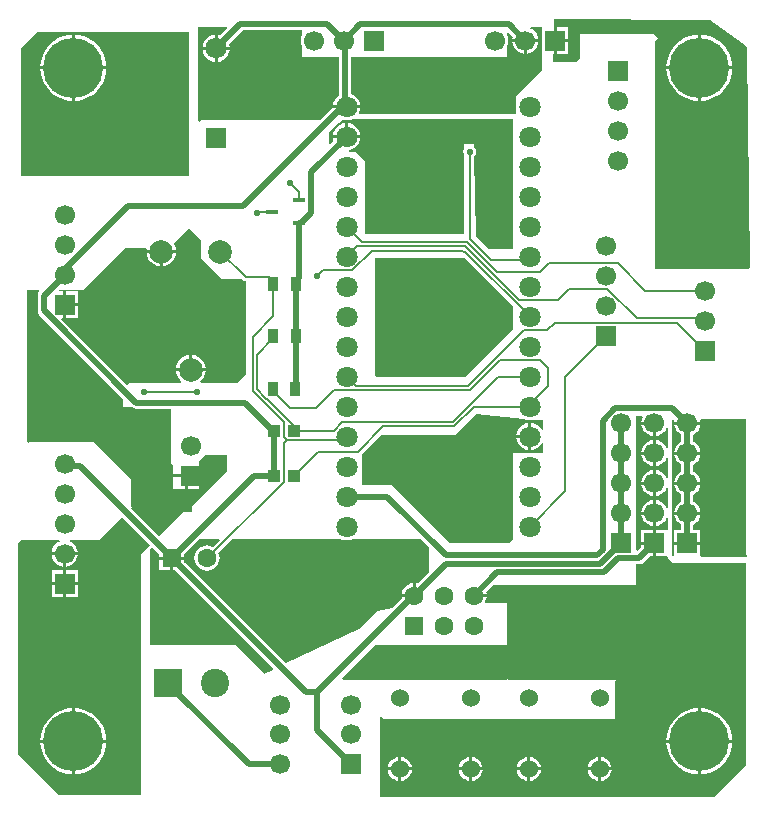
<source format=gtl>
G04*
G04 #@! TF.GenerationSoftware,Altium Limited,Altium Designer,20.0.2 (26)*
G04*
G04 Layer_Physical_Order=1*
G04 Layer_Color=255*
%FSLAX24Y24*%
%MOIN*%
G70*
G01*
G75*
%ADD15C,0.0060*%
%ADD16R,0.0433X0.0394*%
%ADD17R,0.0394X0.0177*%
%ADD18R,0.0350X0.0500*%
%ADD34C,0.0200*%
%ADD35C,0.0150*%
%ADD36C,0.0709*%
%ADD37C,0.2000*%
%ADD38C,0.0600*%
%ADD39C,0.0787*%
%ADD40R,0.0709X0.0709*%
%ADD41C,0.0669*%
%ADD42R,0.0669X0.0669*%
%ADD43R,0.0669X0.0669*%
%ADD44C,0.0630*%
%ADD45R,0.0630X0.0630*%
%ADD46R,0.0945X0.0945*%
%ADD47C,0.0945*%
%ADD48C,0.0220*%
G36*
X34050Y44200D02*
X33200Y43350D01*
Y43063D01*
X33192Y43000D01*
X33200Y42937D01*
Y42750D01*
X27989D01*
X27957Y42800D01*
X27990Y42881D01*
X27999Y42950D01*
X27548D01*
X27062D01*
X26662Y42550D01*
X22700D01*
X22646Y42496D01*
X22600Y42515D01*
Y45650D01*
X23550Y45650D01*
X23569Y45604D01*
X23340Y45374D01*
X23314Y45384D01*
X23246Y45393D01*
Y44992D01*
X23647D01*
X23638Y45060D01*
X23628Y45086D01*
X24088Y45546D01*
X26050D01*
Y45370D01*
X26027Y45313D01*
X26012Y45200D01*
X26027Y45087D01*
X26050Y45030D01*
Y44650D01*
X27295D01*
Y43379D01*
X27224Y43324D01*
X27151Y43229D01*
X27105Y43119D01*
X27096Y43050D01*
X27548D01*
X27999D01*
X27990Y43119D01*
X27945Y43229D01*
X27872Y43324D01*
X27777Y43397D01*
X27703Y43428D01*
Y44650D01*
X32900D01*
Y45030D01*
X32923Y45087D01*
X32938Y45200D01*
X32923Y45313D01*
X32900Y45370D01*
Y45441D01*
X32950Y45462D01*
X33083Y45329D01*
X33077Y45313D01*
X33068Y45250D01*
X33500D01*
X33932D01*
X33923Y45313D01*
X33880Y45419D01*
X33810Y45510D01*
X33719Y45580D01*
X33670Y45600D01*
X33680Y45650D01*
X34050D01*
Y44200D01*
D02*
G37*
G36*
X33100Y38265D02*
X33054Y38246D01*
X33050Y38250D01*
X32300D01*
X31850Y38700D01*
X31806Y41356D01*
X31848Y41418D01*
X31864Y41500D01*
X31848Y41582D01*
X31802Y41651D01*
X31800Y41750D01*
X31450D01*
Y41571D01*
X31436Y41500D01*
X31450Y41429D01*
Y38750D01*
X28150D01*
Y41200D01*
X27850Y41500D01*
X27614D01*
X27610Y41550D01*
X27666Y41557D01*
X27777Y41603D01*
X27872Y41676D01*
X27945Y41771D01*
X27990Y41881D01*
X27999Y41950D01*
X27548D01*
X27096D01*
X27105Y41881D01*
X27115Y41856D01*
X26996Y41737D01*
X26950Y41756D01*
Y42150D01*
X27254Y42454D01*
X27300Y42450D01*
X27300Y42450D01*
X27414Y42564D01*
X27414Y42564D01*
X27429Y42557D01*
X27548Y42542D01*
X27666Y42557D01*
X27769Y42600D01*
X33100D01*
Y38265D01*
D02*
G37*
G36*
X22300Y43700D02*
X22300Y40700D01*
X16700Y40700D01*
Y44950D01*
X17250Y45500D01*
X22300D01*
Y43700D01*
D02*
G37*
G36*
X22700Y38550D02*
Y37950D01*
X23400Y37250D01*
X24065D01*
X24089Y37226D01*
X24132Y37198D01*
X24183Y37187D01*
X24200D01*
Y34100D01*
X23900Y33800D01*
X22681D01*
X22664Y33850D01*
X22702Y33879D01*
X22781Y33983D01*
X22831Y34103D01*
X22841Y34181D01*
X21859D01*
X21869Y34103D01*
X21919Y33983D01*
X21998Y33879D01*
X22036Y33850D01*
X22019Y33800D01*
X20300D01*
X20221Y33721D01*
X18024Y35919D01*
X18043Y35965D01*
X18100D01*
Y36400D01*
Y36835D01*
X17979D01*
X17954Y36885D01*
X17965Y36900D01*
X18750D01*
X20150Y38300D01*
X20835D01*
X20879Y38250D01*
X20874Y38219D01*
X21857D01*
X21847Y38297D01*
X21797Y38417D01*
X21784Y38434D01*
X22300Y38950D01*
X22700Y38550D01*
D02*
G37*
G36*
X39650Y45875D02*
X40725Y45125D01*
X40875Y44975D01*
X40978Y37640D01*
X40939Y37601D01*
X37861Y37575D01*
X37825Y37610D01*
Y45175D01*
X37925Y45275D01*
X37775Y45425D01*
X35325D01*
Y44625D01*
X35175Y44475D01*
X34461D01*
X34426Y44511D01*
X34430Y44765D01*
X34450D01*
Y45200D01*
Y45666D01*
X34446Y45670D01*
X34450Y45925D01*
X39650Y45875D01*
D02*
G37*
G36*
X33100Y36350D02*
Y35600D01*
X31500Y34000D01*
X28550D01*
X28546Y33996D01*
X28500Y34015D01*
Y37950D01*
X31500D01*
X33100Y36350D01*
D02*
G37*
G36*
X40850Y28100D02*
X40904Y28046D01*
X40885Y28000D01*
X39378D01*
X39335Y28015D01*
Y28400D01*
X38900D01*
X38465D01*
Y28060D01*
X38415Y28033D01*
X38400Y28043D01*
Y32550D01*
X38436Y32576D01*
X38455Y32560D01*
X38473Y32533D01*
X38468Y32500D01*
X38900D01*
X39332D01*
X39325Y32550D01*
X39356Y32600D01*
X40850D01*
Y28100D01*
D02*
G37*
G36*
X33467Y32584D02*
X33531Y32557D01*
X33650Y32542D01*
X33751Y32555D01*
X33800Y32550D01*
X34100D01*
Y32231D01*
X34050Y32222D01*
X34047Y32229D01*
X33974Y32324D01*
X33879Y32397D01*
X33769Y32443D01*
X33700Y32452D01*
Y32000D01*
Y31548D01*
X33769Y31557D01*
X33879Y31603D01*
X33974Y31676D01*
X34047Y31771D01*
X34050Y31778D01*
X34100Y31769D01*
Y31500D01*
X34104Y31496D01*
X34085Y31450D01*
X33713D01*
X33650Y31458D01*
X33587Y31450D01*
X33100D01*
Y28600D01*
X32950Y28450D01*
X31000D01*
X29050Y30400D01*
X28050D01*
Y31400D01*
X28700Y32050D01*
X31150D01*
X31850Y32750D01*
X33467Y32584D01*
D02*
G37*
G36*
X37412Y32650D02*
X37377Y32563D01*
X37368Y32500D01*
X37800D01*
Y32450D01*
X37850D01*
Y32018D01*
X37913Y32027D01*
X38019Y32070D01*
X38110Y32140D01*
X38180Y32231D01*
X38200Y32280D01*
X38250Y32270D01*
Y31630D01*
X38200Y31620D01*
X38180Y31669D01*
X38110Y31760D01*
X38019Y31830D01*
X37913Y31873D01*
X37850Y31882D01*
Y31450D01*
Y31018D01*
X37913Y31027D01*
X38019Y31070D01*
X38110Y31140D01*
X38180Y31231D01*
X38200Y31280D01*
X38250Y31270D01*
Y30630D01*
X38200Y30620D01*
X38180Y30669D01*
X38110Y30760D01*
X38019Y30830D01*
X37913Y30873D01*
X37850Y30882D01*
Y30450D01*
Y30018D01*
X37913Y30027D01*
X38019Y30070D01*
X38110Y30140D01*
X38180Y30231D01*
X38200Y30280D01*
X38250Y30270D01*
Y29630D01*
X38200Y29620D01*
X38180Y29669D01*
X38110Y29760D01*
X38019Y29830D01*
X37913Y29873D01*
X37850Y29882D01*
Y29450D01*
Y29018D01*
X37913Y29027D01*
X38019Y29070D01*
X38110Y29140D01*
X38180Y29231D01*
X38200Y29280D01*
X38250Y29270D01*
Y28928D01*
X38235Y28885D01*
X37850D01*
Y28450D01*
Y28015D01*
X38235D01*
X38250Y27972D01*
Y27950D01*
X38400Y27800D01*
X40850D01*
Y21050D01*
X39800Y20000D01*
X28650D01*
Y22650D01*
X28700Y22700D01*
X28800Y22600D01*
X36500D01*
Y22700D01*
Y23850D01*
X36550Y23900D01*
X32950D01*
X32900Y23950D01*
Y26450D01*
X32187D01*
X32166Y26500D01*
X32204Y26592D01*
X32212Y26650D01*
X31800D01*
Y26750D01*
X32212D01*
X32204Y26808D01*
X32202Y26814D01*
X32438Y27050D01*
X37150D01*
X37200Y27000D01*
Y27000D01*
X37200D01*
Y27751D01*
X37305D01*
X37383Y27766D01*
X37449Y27810D01*
X37654Y28015D01*
X37750D01*
Y28400D01*
X37365D01*
Y28304D01*
X37250Y28188D01*
X37200Y28209D01*
Y32700D01*
X37386D01*
X37412Y32650D01*
D02*
G37*
G36*
X17315Y36854D02*
X17306Y36844D01*
X17262Y36778D01*
X17246Y36700D01*
Y36204D01*
X17262Y36126D01*
X17306Y36060D01*
X20100Y33266D01*
Y33000D01*
X20366D01*
X20387Y32979D01*
X20453Y32935D01*
X20531Y32920D01*
X20531Y32920D01*
X21700D01*
Y31115D01*
X21765Y31050D01*
X21765D01*
Y30750D01*
X22200D01*
X22635D01*
Y31135D01*
X22635D01*
X22620Y31170D01*
X22850Y31400D01*
X23550D01*
Y30850D01*
X22400Y29700D01*
Y29500D01*
X22100D01*
X21274Y28674D01*
X20349Y29599D01*
X20399Y29649D01*
X20349Y29670D01*
X20349Y30601D01*
X19135Y31815D01*
X16965D01*
X16946Y31796D01*
X16900Y31815D01*
X16900D01*
Y31815D01*
Y36900D01*
X17296D01*
X17315Y36854D01*
D02*
G37*
G36*
X30300Y28312D02*
Y27488D01*
X29914Y27102D01*
X29908Y27104D01*
X29850Y27112D01*
Y26700D01*
X29800D01*
Y26650D01*
X29388D01*
X29393Y26614D01*
X29055Y26276D01*
X28600Y26200D01*
X27950Y25600D01*
X25510Y24438D01*
X22124Y27823D01*
Y27900D01*
X21759D01*
Y27535D01*
X21836D01*
X25088Y24283D01*
X25080Y24233D01*
X24800Y24100D01*
X23850Y25050D01*
X21000D01*
Y28050D01*
X20985Y28065D01*
X21000Y28100D01*
X21000D01*
Y28256D01*
X21058Y28313D01*
X21294Y28077D01*
Y28000D01*
X22124D01*
Y28077D01*
X22648Y28600D01*
X23303D01*
X23322Y28554D01*
X23087Y28318D01*
X22999Y28354D01*
X22891Y28369D01*
X22782Y28354D01*
X22681Y28312D01*
X22595Y28246D01*
X22528Y28159D01*
X22486Y28058D01*
X22472Y27950D01*
X22486Y27842D01*
X22528Y27741D01*
X22595Y27654D01*
X22681Y27588D01*
X22782Y27546D01*
X22891Y27531D01*
X22999Y27546D01*
X23100Y27588D01*
X23187Y27654D01*
X23253Y27741D01*
X23295Y27842D01*
X23309Y27950D01*
X23295Y28058D01*
X23268Y28124D01*
X23743Y28600D01*
X27326D01*
X27429Y28557D01*
X27548Y28542D01*
X27666Y28557D01*
X27769Y28600D01*
X30012D01*
X30300Y28312D01*
D02*
G37*
G36*
X20986Y28386D02*
X20700Y28100D01*
Y20050D01*
X17950D01*
X16600Y21400D01*
Y28450D01*
X16700Y28550D01*
X17970D01*
X17980Y28500D01*
X17931Y28480D01*
X17840Y28410D01*
X17770Y28319D01*
X17727Y28213D01*
X17718Y28150D01*
X18150D01*
X18582D01*
X18573Y28213D01*
X18530Y28319D01*
X18460Y28410D01*
X18369Y28480D01*
X18320Y28500D01*
X18330Y28550D01*
X19300D01*
X20061Y29311D01*
X20986Y28386D01*
D02*
G37*
G36*
X28550Y25050D02*
Y25050D01*
X32900D01*
Y23950D01*
X32879Y23900D01*
X27415D01*
X27396Y23946D01*
X28515Y25065D01*
X28550Y25050D01*
D02*
G37*
%LPC*%
G36*
X23146Y45393D02*
X23077Y45384D01*
X22967Y45339D01*
X22872Y45266D01*
X22799Y45171D01*
X22753Y45060D01*
X22744Y44992D01*
X23146D01*
Y45393D01*
D02*
G37*
G36*
X33932Y45150D02*
X33550D01*
Y44768D01*
X33613Y44777D01*
X33719Y44820D01*
X33810Y44890D01*
X33880Y44981D01*
X33923Y45087D01*
X33932Y45150D01*
D02*
G37*
G36*
X33450D02*
X33068D01*
X33077Y45087D01*
X33120Y44981D01*
X33190Y44890D01*
X33281Y44820D01*
X33387Y44777D01*
X33450Y44768D01*
Y45150D01*
D02*
G37*
G36*
X23647Y44892D02*
X23246D01*
Y44490D01*
X23314Y44499D01*
X23425Y44545D01*
X23520Y44618D01*
X23593Y44713D01*
X23638Y44823D01*
X23647Y44892D01*
D02*
G37*
G36*
X23146D02*
X22744D01*
X22753Y44823D01*
X22799Y44713D01*
X22872Y44618D01*
X22967Y44545D01*
X23077Y44499D01*
X23146Y44490D01*
Y44892D01*
D02*
G37*
G36*
X27598Y42452D02*
Y42050D01*
X27999D01*
X27990Y42119D01*
X27945Y42229D01*
X27872Y42324D01*
X27777Y42397D01*
X27666Y42443D01*
X27598Y42452D01*
D02*
G37*
G36*
X27498D02*
X27429Y42443D01*
X27319Y42397D01*
X27224Y42324D01*
X27151Y42229D01*
X27105Y42119D01*
X27096Y42050D01*
X27498D01*
Y42452D01*
D02*
G37*
G36*
X18484Y45390D02*
Y44341D01*
X19533D01*
X19524Y44464D01*
X19483Y44632D01*
X19417Y44792D01*
X19327Y44940D01*
X19214Y45071D01*
X19082Y45184D01*
X18935Y45274D01*
X18775Y45340D01*
X18606Y45381D01*
X18484Y45390D01*
D02*
G37*
G36*
X18384D02*
X18261Y45381D01*
X18093Y45340D01*
X17933Y45274D01*
X17785Y45184D01*
X17654Y45071D01*
X17541Y44940D01*
X17451Y44792D01*
X17384Y44632D01*
X17344Y44464D01*
X17334Y44341D01*
X18384D01*
Y45390D01*
D02*
G37*
G36*
X19533Y44241D02*
X18484D01*
Y43191D01*
X18606Y43201D01*
X18775Y43242D01*
X18935Y43308D01*
X19082Y43398D01*
X19214Y43511D01*
X19327Y43642D01*
X19417Y43790D01*
X19483Y43950D01*
X19524Y44118D01*
X19533Y44241D01*
D02*
G37*
G36*
X18384D02*
X17334D01*
X17344Y44118D01*
X17384Y43950D01*
X17451Y43790D01*
X17541Y43642D01*
X17654Y43511D01*
X17785Y43398D01*
X17933Y43308D01*
X18093Y43242D01*
X18261Y43201D01*
X18384Y43191D01*
Y44241D01*
D02*
G37*
G36*
X21857Y38119D02*
X21416D01*
Y37677D01*
X21495Y37688D01*
X21615Y37737D01*
X21718Y37816D01*
X21797Y37920D01*
X21847Y38040D01*
X21857Y38119D01*
D02*
G37*
G36*
X21316D02*
X20874D01*
X20885Y38040D01*
X20935Y37920D01*
X21014Y37816D01*
X21117Y37737D01*
X21237Y37688D01*
X21316Y37677D01*
Y38119D01*
D02*
G37*
G36*
X18585Y36835D02*
X18200D01*
Y36450D01*
X18585D01*
Y36835D01*
D02*
G37*
G36*
Y36350D02*
X18200D01*
Y35965D01*
X18585D01*
Y36350D01*
D02*
G37*
G36*
X22400Y34723D02*
Y34281D01*
X22841D01*
X22831Y34360D01*
X22781Y34480D01*
X22702Y34584D01*
X22599Y34663D01*
X22479Y34713D01*
X22400Y34723D01*
D02*
G37*
G36*
X22300D02*
X22221Y34713D01*
X22101Y34663D01*
X21998Y34584D01*
X21919Y34480D01*
X21869Y34360D01*
X21859Y34281D01*
X22300D01*
Y34723D01*
D02*
G37*
G36*
X34935Y45635D02*
X34550D01*
Y45250D01*
X34935D01*
Y45635D01*
D02*
G37*
G36*
Y45150D02*
X34550D01*
Y44765D01*
X34935D01*
Y45150D01*
D02*
G37*
G36*
X39350Y45390D02*
Y44341D01*
X40399D01*
X40390Y44464D01*
X40349Y44632D01*
X40283Y44792D01*
X40193Y44940D01*
X40080Y45071D01*
X39949Y45184D01*
X39801Y45274D01*
X39641Y45340D01*
X39473Y45381D01*
X39350Y45390D01*
D02*
G37*
G36*
X39250D02*
X39127Y45381D01*
X38959Y45340D01*
X38799Y45274D01*
X38651Y45184D01*
X38520Y45071D01*
X38407Y44940D01*
X38317Y44792D01*
X38251Y44632D01*
X38210Y44464D01*
X38201Y44341D01*
X39250D01*
Y45390D01*
D02*
G37*
G36*
X40399Y44241D02*
X39350D01*
Y43191D01*
X39473Y43201D01*
X39641Y43242D01*
X39801Y43308D01*
X39949Y43398D01*
X40080Y43511D01*
X40193Y43642D01*
X40283Y43790D01*
X40349Y43950D01*
X40390Y44118D01*
X40399Y44241D01*
D02*
G37*
G36*
X39250D02*
X38201D01*
X38210Y44118D01*
X38251Y43950D01*
X38317Y43790D01*
X38407Y43642D01*
X38520Y43511D01*
X38651Y43398D01*
X38799Y43308D01*
X38959Y43242D01*
X39127Y43201D01*
X39250Y43191D01*
Y44241D01*
D02*
G37*
G36*
X39332Y32400D02*
X38900D01*
X38468D01*
X38477Y32337D01*
X38520Y32231D01*
X38590Y32140D01*
X38681Y32070D01*
X38696Y32064D01*
Y31836D01*
X38681Y31830D01*
X38590Y31760D01*
X38520Y31669D01*
X38477Y31563D01*
X38468Y31500D01*
X38900D01*
X39332D01*
X39323Y31563D01*
X39280Y31669D01*
X39210Y31760D01*
X39119Y31830D01*
X39104Y31836D01*
Y32064D01*
X39119Y32070D01*
X39210Y32140D01*
X39280Y32231D01*
X39323Y32337D01*
X39332Y32400D01*
D02*
G37*
G36*
Y31400D02*
X38900D01*
X38468D01*
X38477Y31337D01*
X38520Y31231D01*
X38590Y31140D01*
X38681Y31070D01*
X38696Y31064D01*
Y30836D01*
X38681Y30830D01*
X38590Y30760D01*
X38520Y30669D01*
X38477Y30563D01*
X38468Y30500D01*
X38900D01*
X39332D01*
X39323Y30563D01*
X39280Y30669D01*
X39210Y30760D01*
X39119Y30830D01*
X39104Y30836D01*
Y31064D01*
X39119Y31070D01*
X39210Y31140D01*
X39280Y31231D01*
X39323Y31337D01*
X39332Y31400D01*
D02*
G37*
G36*
Y30400D02*
X38900D01*
X38468D01*
X38477Y30337D01*
X38520Y30231D01*
X38590Y30140D01*
X38681Y30070D01*
X38696Y30064D01*
Y29836D01*
X38681Y29830D01*
X38590Y29760D01*
X38520Y29669D01*
X38477Y29563D01*
X38468Y29500D01*
X38900D01*
X39332D01*
X39323Y29563D01*
X39280Y29669D01*
X39210Y29760D01*
X39119Y29830D01*
X39104Y29836D01*
Y30064D01*
X39119Y30070D01*
X39210Y30140D01*
X39280Y30231D01*
X39323Y30337D01*
X39332Y30400D01*
D02*
G37*
G36*
Y29400D02*
X38900D01*
X38468D01*
X38477Y29337D01*
X38520Y29231D01*
X38590Y29140D01*
X38681Y29070D01*
X38696Y29064D01*
Y28885D01*
X38465D01*
Y28500D01*
X38900D01*
X39335D01*
Y28885D01*
X39104D01*
Y29064D01*
X39119Y29070D01*
X39210Y29140D01*
X39280Y29231D01*
X39323Y29337D01*
X39332Y29400D01*
D02*
G37*
G36*
X33600Y32452D02*
X33531Y32443D01*
X33421Y32397D01*
X33326Y32324D01*
X33253Y32229D01*
X33207Y32119D01*
X33198Y32050D01*
X33600D01*
Y32452D01*
D02*
G37*
G36*
Y31950D02*
X33198D01*
X33207Y31881D01*
X33253Y31771D01*
X33326Y31676D01*
X33421Y31603D01*
X33531Y31557D01*
X33600Y31548D01*
Y31950D01*
D02*
G37*
G36*
X37750Y32400D02*
X37368D01*
X37377Y32337D01*
X37420Y32231D01*
X37490Y32140D01*
X37581Y32070D01*
X37687Y32027D01*
X37750Y32018D01*
Y32400D01*
D02*
G37*
G36*
Y31882D02*
X37687Y31873D01*
X37581Y31830D01*
X37490Y31760D01*
X37420Y31669D01*
X37377Y31563D01*
X37368Y31500D01*
X37750D01*
Y31882D01*
D02*
G37*
G36*
Y31400D02*
X37368D01*
X37377Y31337D01*
X37420Y31231D01*
X37490Y31140D01*
X37581Y31070D01*
X37687Y31027D01*
X37750Y31018D01*
Y31400D01*
D02*
G37*
G36*
Y30882D02*
X37687Y30873D01*
X37581Y30830D01*
X37490Y30760D01*
X37420Y30669D01*
X37377Y30563D01*
X37368Y30500D01*
X37750D01*
Y30882D01*
D02*
G37*
G36*
Y30400D02*
X37368D01*
X37377Y30337D01*
X37420Y30231D01*
X37490Y30140D01*
X37581Y30070D01*
X37687Y30027D01*
X37750Y30018D01*
Y30400D01*
D02*
G37*
G36*
Y29882D02*
X37687Y29873D01*
X37581Y29830D01*
X37490Y29760D01*
X37420Y29669D01*
X37377Y29563D01*
X37368Y29500D01*
X37750D01*
Y29882D01*
D02*
G37*
G36*
Y29400D02*
X37368D01*
X37377Y29337D01*
X37420Y29231D01*
X37490Y29140D01*
X37581Y29070D01*
X37687Y29027D01*
X37750Y29018D01*
Y29400D01*
D02*
G37*
G36*
Y28885D02*
X37365D01*
Y28500D01*
X37750D01*
Y28885D01*
D02*
G37*
G36*
X39350Y22949D02*
Y21900D01*
X40399D01*
X40390Y22023D01*
X40349Y22191D01*
X40283Y22351D01*
X40193Y22499D01*
X40080Y22630D01*
X39949Y22743D01*
X39801Y22833D01*
X39641Y22899D01*
X39473Y22940D01*
X39350Y22949D01*
D02*
G37*
G36*
X39250D02*
X39127Y22940D01*
X38959Y22899D01*
X38799Y22833D01*
X38651Y22743D01*
X38520Y22630D01*
X38407Y22499D01*
X38317Y22351D01*
X38251Y22191D01*
X38210Y22023D01*
X38201Y21900D01*
X39250D01*
Y22949D01*
D02*
G37*
G36*
X36031Y21316D02*
Y20969D01*
X36378D01*
X36371Y21023D01*
X36330Y21121D01*
X36266Y21204D01*
X36183Y21268D01*
X36086Y21309D01*
X36031Y21316D01*
D02*
G37*
G36*
X35931D02*
X35877Y21309D01*
X35779Y21268D01*
X35696Y21204D01*
X35632Y21121D01*
X35591Y21023D01*
X35584Y20969D01*
X35931D01*
Y21316D01*
D02*
G37*
G36*
X33669D02*
Y20969D01*
X34016D01*
X34009Y21023D01*
X33968Y21121D01*
X33904Y21204D01*
X33821Y21268D01*
X33723Y21309D01*
X33669Y21316D01*
D02*
G37*
G36*
X33569D02*
X33514Y21309D01*
X33417Y21268D01*
X33334Y21204D01*
X33270Y21121D01*
X33229Y21023D01*
X33222Y20969D01*
X33569D01*
Y21316D01*
D02*
G37*
G36*
X31731D02*
Y20969D01*
X32078D01*
X32071Y21023D01*
X32030Y21121D01*
X31966Y21204D01*
X31883Y21268D01*
X31786Y21309D01*
X31731Y21316D01*
D02*
G37*
G36*
X31631D02*
X31577Y21309D01*
X31479Y21268D01*
X31396Y21204D01*
X31332Y21121D01*
X31291Y21023D01*
X31284Y20969D01*
X31631D01*
Y21316D01*
D02*
G37*
G36*
X29369D02*
Y20969D01*
X29716D01*
X29709Y21023D01*
X29668Y21121D01*
X29604Y21204D01*
X29521Y21268D01*
X29423Y21309D01*
X29369Y21316D01*
D02*
G37*
G36*
X29269D02*
X29214Y21309D01*
X29117Y21268D01*
X29034Y21204D01*
X28970Y21121D01*
X28929Y21023D01*
X28922Y20969D01*
X29269D01*
Y21316D01*
D02*
G37*
G36*
X40399Y21800D02*
X39350D01*
Y20751D01*
X39473Y20760D01*
X39641Y20801D01*
X39801Y20867D01*
X39949Y20957D01*
X40080Y21070D01*
X40193Y21201D01*
X40283Y21349D01*
X40349Y21509D01*
X40390Y21677D01*
X40399Y21800D01*
D02*
G37*
G36*
X39250D02*
X38201D01*
X38210Y21677D01*
X38251Y21509D01*
X38317Y21349D01*
X38407Y21201D01*
X38520Y21070D01*
X38651Y20957D01*
X38799Y20867D01*
X38959Y20801D01*
X39127Y20760D01*
X39250Y20751D01*
Y21800D01*
D02*
G37*
G36*
X36378Y20869D02*
X36031D01*
Y20522D01*
X36086Y20529D01*
X36183Y20570D01*
X36266Y20634D01*
X36330Y20717D01*
X36371Y20814D01*
X36378Y20869D01*
D02*
G37*
G36*
X35931D02*
X35584D01*
X35591Y20814D01*
X35632Y20717D01*
X35696Y20634D01*
X35779Y20570D01*
X35877Y20529D01*
X35931Y20522D01*
Y20869D01*
D02*
G37*
G36*
X34016D02*
X33669D01*
Y20522D01*
X33723Y20529D01*
X33821Y20570D01*
X33904Y20634D01*
X33968Y20717D01*
X34009Y20814D01*
X34016Y20869D01*
D02*
G37*
G36*
X33569D02*
X33222D01*
X33229Y20814D01*
X33270Y20717D01*
X33334Y20634D01*
X33417Y20570D01*
X33514Y20529D01*
X33569Y20522D01*
Y20869D01*
D02*
G37*
G36*
X32078D02*
X31731D01*
Y20522D01*
X31786Y20529D01*
X31883Y20570D01*
X31966Y20634D01*
X32030Y20717D01*
X32071Y20814D01*
X32078Y20869D01*
D02*
G37*
G36*
X31631D02*
X31284D01*
X31291Y20814D01*
X31332Y20717D01*
X31396Y20634D01*
X31479Y20570D01*
X31577Y20529D01*
X31631Y20522D01*
Y20869D01*
D02*
G37*
G36*
X29716D02*
X29369D01*
Y20522D01*
X29423Y20529D01*
X29521Y20570D01*
X29604Y20634D01*
X29668Y20717D01*
X29709Y20814D01*
X29716Y20869D01*
D02*
G37*
G36*
X29269D02*
X28922D01*
X28929Y20814D01*
X28970Y20717D01*
X29034Y20634D01*
X29117Y20570D01*
X29214Y20529D01*
X29269Y20522D01*
Y20869D01*
D02*
G37*
G36*
X22635Y30650D02*
X22250D01*
Y30265D01*
X22635D01*
Y30650D01*
D02*
G37*
G36*
X22150D02*
X21765D01*
Y30265D01*
X22150D01*
Y30650D01*
D02*
G37*
G36*
X21659Y27900D02*
X21294D01*
Y27535D01*
X21659D01*
Y27900D01*
D02*
G37*
G36*
X29750Y27112D02*
X29692Y27104D01*
X29591Y27062D01*
X29504Y26996D01*
X29438Y26909D01*
X29396Y26808D01*
X29388Y26750D01*
X29750D01*
Y27112D01*
D02*
G37*
G36*
X18582Y28050D02*
X18200D01*
Y27668D01*
X18263Y27677D01*
X18369Y27720D01*
X18460Y27790D01*
X18530Y27881D01*
X18573Y27987D01*
X18582Y28050D01*
D02*
G37*
G36*
X18100D02*
X17718D01*
X17727Y27987D01*
X17770Y27881D01*
X17840Y27790D01*
X17931Y27720D01*
X18037Y27677D01*
X18100Y27668D01*
Y28050D01*
D02*
G37*
G36*
X18585Y27535D02*
X18200D01*
Y27150D01*
X18585D01*
Y27535D01*
D02*
G37*
G36*
X18100D02*
X17715D01*
Y27150D01*
X18100D01*
Y27535D01*
D02*
G37*
G36*
X18585Y27050D02*
X18200D01*
Y26665D01*
X18585D01*
Y27050D01*
D02*
G37*
G36*
X18100D02*
X17715D01*
Y26665D01*
X18100D01*
Y27050D01*
D02*
G37*
G36*
X18484Y22949D02*
Y21900D01*
X19533D01*
X19524Y22023D01*
X19483Y22191D01*
X19417Y22351D01*
X19327Y22499D01*
X19214Y22630D01*
X19082Y22743D01*
X18935Y22833D01*
X18775Y22899D01*
X18606Y22940D01*
X18484Y22949D01*
D02*
G37*
G36*
X18384D02*
X18261Y22940D01*
X18093Y22899D01*
X17933Y22833D01*
X17785Y22743D01*
X17654Y22630D01*
X17541Y22499D01*
X17451Y22351D01*
X17384Y22191D01*
X17344Y22023D01*
X17334Y21900D01*
X18384D01*
Y22949D01*
D02*
G37*
G36*
X19533Y21800D02*
X18484D01*
Y20751D01*
X18606Y20760D01*
X18775Y20801D01*
X18935Y20867D01*
X19082Y20957D01*
X19214Y21070D01*
X19327Y21201D01*
X19417Y21349D01*
X19483Y21509D01*
X19524Y21677D01*
X19533Y21800D01*
D02*
G37*
G36*
X18384D02*
X17334D01*
X17344Y21677D01*
X17384Y21509D01*
X17451Y21349D01*
X17541Y21201D01*
X17654Y21070D01*
X17785Y20957D01*
X17933Y20867D01*
X18093Y20801D01*
X18261Y20760D01*
X18384Y20751D01*
Y21800D01*
D02*
G37*
%LPD*%
D15*
X31548Y38500D02*
X32548Y37500D01*
X28048Y38500D02*
X31548D01*
X27548Y39000D02*
X28048Y38500D01*
X20800Y33500D02*
X22550D01*
X26550Y37350D02*
X26750Y37550D01*
X27726D01*
X28376Y38200D01*
X27548Y38000D02*
X27898Y38350D01*
X31500D01*
X28376Y38200D02*
X31400D01*
X31448Y38152D02*
X31500D01*
X31400Y38200D02*
X31448Y38152D01*
X31500D02*
X33650Y36002D01*
Y36000D02*
Y36002D01*
X31650Y38600D02*
Y41500D01*
Y38600D02*
X32350Y37900D01*
X33550D02*
X33650Y38000D01*
X32350Y37900D02*
X33550D01*
X34000Y37500D02*
X34275Y37775D01*
X32548Y37500D02*
X34000D01*
X34275Y37775D02*
X36575D01*
X31500Y38350D02*
X33300Y36550D01*
X34950Y36925D02*
X36225D01*
X34575Y36550D02*
X34950Y36925D01*
X33300Y36550D02*
X34575D01*
X36225Y36925D02*
X37211Y35940D01*
X25032Y39475D02*
X25057Y39500D01*
X24575Y39475D02*
X25032D01*
X24550Y39450D02*
X24575Y39475D01*
X25650Y40450D02*
X25950Y40150D01*
Y39874D02*
Y40150D01*
X31590Y33690D02*
X33450Y35550D01*
X27858Y33690D02*
X31590D01*
X27548Y34000D02*
X27858Y33690D01*
X33450Y35550D02*
X34228D01*
X36575Y37775D02*
X37491Y36859D01*
X39500D01*
X34228Y35550D02*
X34478Y35800D01*
X38559D01*
X39419Y35940D02*
X39500Y35859D01*
X37211Y35940D02*
X39419D01*
X38559Y35800D02*
X39500Y34859D01*
X39491Y35850D02*
X39500Y35859D01*
X34835Y33985D02*
X36200Y35350D01*
X34835Y30185D02*
Y33985D01*
X33650Y29000D02*
X34835Y30185D01*
X25450Y30494D02*
Y31800D01*
X25547Y31897D01*
X22891Y27950D02*
X22906D01*
X25450Y30494D01*
Y31994D02*
X25547Y31897D01*
X27444D02*
X27548Y32000D01*
X25547Y31897D02*
X27444D01*
X25450Y31994D02*
Y32476D01*
X24410Y33516D02*
X25450Y32476D01*
X24890Y33260D02*
X25785Y32365D01*
X24550Y33574D02*
X24864Y33260D01*
X24550Y33574D02*
Y34723D01*
X24864Y33260D02*
X24890D01*
X25785Y32200D02*
Y32365D01*
X24410Y33516D02*
Y35310D01*
X25102Y36002D02*
Y37100D01*
X24410Y35310D02*
X25102Y36002D01*
X25651Y32950D02*
X26525D01*
X27125Y33550D01*
X25102Y37100D02*
Y37175D01*
X24957Y37320D02*
X25102Y37175D01*
X24183Y37320D02*
X24957D01*
X23334Y38168D02*
X24183Y37320D01*
X26604Y31500D02*
X27915D01*
X28750Y32335D01*
X34250Y33700D02*
Y34300D01*
X34000Y34550D02*
X34250Y34300D01*
X32650Y34550D02*
X34000D01*
X31650Y33550D02*
X32650Y34550D01*
X27125Y33550D02*
X31650D01*
X25102Y35275D02*
Y35350D01*
X24550Y34723D02*
X25102Y35275D01*
X33650Y33000D02*
Y33100D01*
X34250Y33700D01*
X25076Y33525D02*
Y33600D01*
Y33525D02*
X25651Y32950D01*
X25785Y30700D02*
X25804D01*
X26604Y31500D01*
X28750Y32335D02*
X31133D01*
X31798Y33000D02*
X33650D01*
X31133Y32335D02*
X31798Y33000D01*
X25785Y32200D02*
X27119D01*
X27394Y32475D01*
X31075D01*
X32600Y34000D02*
X33650D01*
X31075Y32475D02*
X32600Y34000D01*
X31681Y23281D02*
X31731D01*
D16*
X25115Y32200D02*
D03*
X25785D02*
D03*
X25785Y30700D02*
D03*
X25115D02*
D03*
D17*
X25057Y39500D02*
D03*
X25950Y39874D02*
D03*
Y39126D02*
D03*
D18*
X25850Y37100D02*
D03*
X25102D02*
D03*
X25850Y35350D02*
D03*
X25102D02*
D03*
X25824Y33600D02*
D03*
X25076D02*
D03*
D34*
X25950Y37275D02*
Y39126D01*
X25850Y37175D02*
X25950Y37275D01*
X25850Y37100D02*
Y37175D01*
X25096Y32200D02*
X25115D01*
X24172Y33123D02*
X25096Y32200D01*
X25115Y30700D02*
X25115Y30700D01*
X25115Y30700D02*
Y32200D01*
X25115Y32200D02*
X25115Y32200D01*
X24459Y30700D02*
X25115D01*
X21709Y27950D02*
X24459Y30700D01*
X32570Y27470D02*
X36116D01*
X30850Y27750D02*
X36000D01*
X30850Y28050D02*
X35904D01*
X31800Y26700D02*
X32570Y27470D01*
X37305Y27955D02*
X37800Y28450D01*
X36601Y27955D02*
X37305D01*
X36116Y27470D02*
X36601Y27955D01*
X38900Y28450D02*
Y29450D01*
Y30450D01*
Y31450D01*
Y32450D01*
X38400Y32950D02*
X38900Y32450D01*
X36500Y32950D02*
X38400D01*
X36077Y28223D02*
Y32527D01*
X36500Y32950D01*
X35904Y28050D02*
X36077Y28223D01*
X27548Y30000D02*
X28900D01*
X30850Y28050D01*
X36000Y27750D02*
X36700Y28450D01*
X29800Y26700D02*
X30850Y27750D01*
X32950Y45750D02*
X33500Y45200D01*
X28000Y45750D02*
X32950D01*
X27450Y45200D02*
X28000Y45750D01*
X23196Y44942D02*
X24004Y45750D01*
X26900D01*
X27450Y45200D01*
X27499Y43049D02*
X27548Y43000D01*
X27499Y43049D02*
Y45151D01*
X27450Y45200D02*
X27499Y45151D01*
X27400Y43000D02*
X27548D01*
X24100Y39700D02*
X27400Y43000D01*
X20250Y39700D02*
X24100D01*
X18150Y37600D02*
X20250Y39700D01*
X18150Y37400D02*
Y37600D01*
X20531Y33123D02*
X24172D01*
X17450Y36204D02*
X20531Y33123D01*
X17450Y36204D02*
Y36700D01*
X18150Y37400D01*
X18649Y31010D02*
X21709Y27950D01*
X18240Y31010D02*
X18649D01*
X18150Y31100D02*
X18240Y31010D01*
X21709Y27950D02*
X26177Y23483D01*
X26550D01*
X36700Y31450D02*
Y32450D01*
Y30450D02*
Y31450D01*
Y29450D02*
Y30450D01*
Y28450D02*
Y29450D01*
X26550Y22217D02*
Y23483D01*
X29767Y26700D02*
X29800D01*
X26550Y23483D02*
X29767Y26700D01*
X26550Y22217D02*
X27681Y21086D01*
X21663Y23700D02*
X24276Y21086D01*
X25319D01*
X26350Y40802D02*
X27548Y42000D01*
X26350Y39441D02*
Y40802D01*
X26035Y39126D02*
X26350Y39441D01*
X25950Y39126D02*
X26035D01*
X25850Y35350D02*
X25850Y35350D01*
X25850Y33550D02*
Y35350D01*
X25850Y33550D02*
X25850Y33550D01*
X25850Y35350D02*
Y37100D01*
D35*
X18100Y27050D02*
X18150Y27100D01*
X18434Y21850D02*
X18450Y21866D01*
D36*
X33650Y29000D02*
D03*
Y30000D02*
D03*
Y31000D02*
D03*
Y32000D02*
D03*
Y33000D02*
D03*
Y34000D02*
D03*
Y35000D02*
D03*
Y36000D02*
D03*
Y37000D02*
D03*
Y38000D02*
D03*
Y39000D02*
D03*
Y40000D02*
D03*
Y41000D02*
D03*
Y42000D02*
D03*
Y43000D02*
D03*
X27548Y29000D02*
D03*
Y30000D02*
D03*
Y31000D02*
D03*
Y32000D02*
D03*
Y33000D02*
D03*
Y34000D02*
D03*
Y35000D02*
D03*
Y36000D02*
D03*
Y37000D02*
D03*
Y38000D02*
D03*
Y39000D02*
D03*
Y40000D02*
D03*
Y41000D02*
D03*
Y42000D02*
D03*
Y43000D02*
D03*
X23196Y44942D02*
D03*
D37*
X39300Y44291D02*
D03*
X18434Y21850D02*
D03*
X39300D02*
D03*
X18434Y44291D02*
D03*
D38*
X29319Y20919D02*
D03*
X31681D02*
D03*
X29319Y23281D02*
D03*
X31681D02*
D03*
X33619Y20919D02*
D03*
X35981D02*
D03*
X33619Y23281D02*
D03*
X35981D02*
D03*
D39*
X23334Y38168D02*
D03*
X22350Y34232D02*
D03*
X21366Y38168D02*
D03*
D40*
X23196Y41950D02*
D03*
D41*
X36580Y41200D02*
D03*
Y42200D02*
D03*
Y43200D02*
D03*
X36200Y38350D02*
D03*
Y37350D02*
D03*
Y36350D02*
D03*
X38900Y32450D02*
D03*
Y31450D02*
D03*
Y30450D02*
D03*
Y29450D02*
D03*
X37800Y32450D02*
D03*
Y31450D02*
D03*
Y30450D02*
D03*
Y29450D02*
D03*
X36700Y32450D02*
D03*
Y31450D02*
D03*
Y30450D02*
D03*
Y29450D02*
D03*
X32500Y45200D02*
D03*
X33500D02*
D03*
X26450Y45200D02*
D03*
X27450D02*
D03*
X27681Y23055D02*
D03*
Y22070D02*
D03*
X25319Y23055D02*
D03*
Y22070D02*
D03*
Y21086D02*
D03*
X39500Y36859D02*
D03*
Y35859D02*
D03*
X18150Y28100D02*
D03*
Y29100D02*
D03*
Y30100D02*
D03*
Y31100D02*
D03*
Y37400D02*
D03*
Y38400D02*
D03*
Y39400D02*
D03*
X22350Y31700D02*
D03*
D42*
X36580Y44200D02*
D03*
X36200Y35350D02*
D03*
X34500Y45200D02*
D03*
X28450Y45200D02*
D03*
X27681Y21086D02*
D03*
X18150Y27100D02*
D03*
Y36400D02*
D03*
X22350Y30700D02*
D03*
D43*
X38900Y28450D02*
D03*
X37800D02*
D03*
X36700D02*
D03*
X39500Y34859D02*
D03*
D44*
X31800Y26700D02*
D03*
Y25700D02*
D03*
X30800Y26700D02*
D03*
Y25700D02*
D03*
X29800Y26700D02*
D03*
X22891Y27950D02*
D03*
D45*
X29800Y25700D02*
D03*
X21709Y27950D02*
D03*
D46*
X21600Y23800D02*
D03*
D47*
X23159D02*
D03*
D48*
X22550Y33500D02*
D03*
X20800D02*
D03*
X26550Y37350D02*
D03*
X31650Y41500D02*
D03*
X24550Y39450D02*
D03*
X25650Y40450D02*
D03*
M02*

</source>
